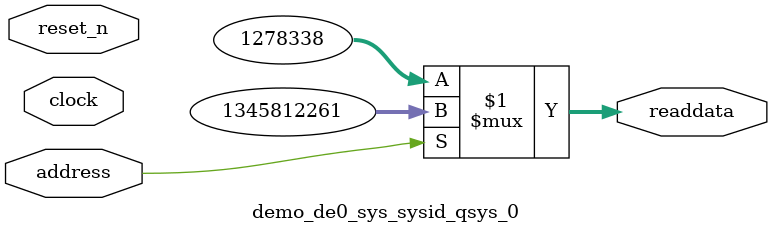
<source format=v>

`timescale 1ns / 1ps
// synthesis translate_on

// turn off superfluous verilog processor warnings 
// altera message_level Level1 
// altera message_off 10034 10035 10036 10037 10230 10240 10030 

module demo_de0_sys_sysid_qsys_0 (
               // inputs:
                address,
                clock,
                reset_n,

               // outputs:
                readdata
             )
;

  output  [ 31: 0] readdata;
  input            address;
  input            clock;
  input            reset_n;

  wire    [ 31: 0] readdata;
  //control_slave, which is an e_avalon_slave
  assign readdata = address ? 1345812261 : 1278338;

endmodule




</source>
